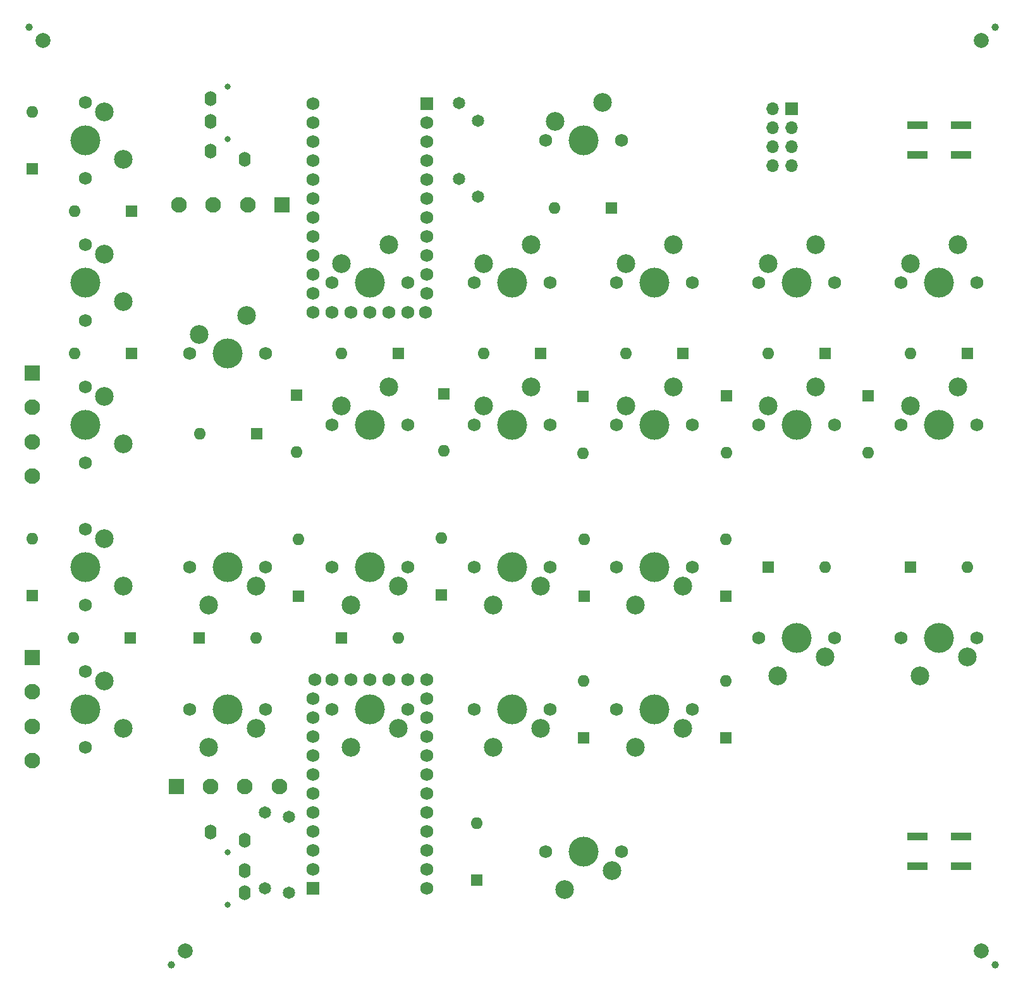
<source format=gbs>
%TF.GenerationSoftware,KiCad,Pcbnew,7.0.10*%
%TF.CreationDate,2024-02-04T21:18:14-08:00*%
%TF.ProjectId,oddball_steno,6f646462-616c-46c5-9f73-74656e6f2e6b,rev?*%
%TF.SameCoordinates,Original*%
%TF.FileFunction,Soldermask,Bot*%
%TF.FilePolarity,Negative*%
%FSLAX46Y46*%
G04 Gerber Fmt 4.6, Leading zero omitted, Abs format (unit mm)*
G04 Created by KiCad (PCBNEW 7.0.10) date 2024-02-04 21:18:14*
%MOMM*%
%LPD*%
G01*
G04 APERTURE LIST*
G04 Aperture macros list*
%AMRoundRect*
0 Rectangle with rounded corners*
0 $1 Rounding radius*
0 $2 $3 $4 $5 $6 $7 $8 $9 X,Y pos of 4 corners*
0 Add a 4 corners polygon primitive as box body*
4,1,4,$2,$3,$4,$5,$6,$7,$8,$9,$2,$3,0*
0 Add four circle primitives for the rounded corners*
1,1,$1+$1,$2,$3*
1,1,$1+$1,$4,$5*
1,1,$1+$1,$6,$7*
1,1,$1+$1,$8,$9*
0 Add four rect primitives between the rounded corners*
20,1,$1+$1,$2,$3,$4,$5,0*
20,1,$1+$1,$4,$5,$6,$7,0*
20,1,$1+$1,$6,$7,$8,$9,0*
20,1,$1+$1,$8,$9,$2,$3,0*%
G04 Aperture macros list end*
%ADD10C,1.000000*%
%ADD11C,2.000000*%
%ADD12C,2.500000*%
%ADD13C,1.750000*%
%ADD14C,4.000000*%
%ADD15RoundRect,0.250001X-0.799999X-0.799999X0.799999X-0.799999X0.799999X0.799999X-0.799999X0.799999X0*%
%ADD16C,2.100000*%
%ADD17O,1.600000X1.600000*%
%ADD18R,1.600000X1.600000*%
%ADD19RoundRect,0.250001X-0.799999X0.799999X-0.799999X-0.799999X0.799999X-0.799999X0.799999X0.799999X0*%
%ADD20R,1.752600X1.752600*%
%ADD21C,1.752600*%
%ADD22O,1.700000X1.700000*%
%ADD23R,1.700000X1.700000*%
%ADD24R,2.800000X1.000000*%
%ADD25C,1.651000*%
%ADD26RoundRect,0.250001X0.799999X0.799999X-0.799999X0.799999X-0.799999X-0.799999X0.799999X-0.799999X0*%
%ADD27O,1.600000X2.000000*%
%ADD28C,0.800000*%
G04 APERTURE END LIST*
D10*
%TO.C,*%
X78310500Y-21420625D03*
%TD*%
%TO.C,*%
X207675500Y-21420625D03*
%TD*%
%TO.C,*%
X207675500Y-146990625D03*
%TD*%
%TO.C,REF\u002A\u002A*%
X97375500Y-146990625D03*
%TD*%
D11*
%TO.C,REF\u002A\u002A*%
X99225500Y-145140625D03*
%TD*%
%TO.C,REF\u002A\u002A*%
X205825500Y-145140625D03*
%TD*%
%TO.C,REF\u002A\u002A*%
X80160500Y-23250625D03*
%TD*%
%TO.C,REF\u002A\u002A*%
X205825500Y-23270625D03*
%TD*%
D12*
%TO.C,S25*%
X90930500Y-58170625D03*
X88390500Y-51820625D03*
D13*
X85850500Y-60710625D03*
D14*
X85850500Y-55630625D03*
D13*
X85850500Y-50550625D03*
%TD*%
%TO.C,S7*%
X167130500Y-93730625D03*
D14*
X162050500Y-93730625D03*
D13*
X156970500Y-93730625D03*
D12*
X165860500Y-96270625D03*
X159510500Y-98810625D03*
%TD*%
%TO.C,S26*%
X90930500Y-77220625D03*
X88390500Y-70870625D03*
D13*
X85850500Y-79760625D03*
D14*
X85850500Y-74680625D03*
D13*
X85850500Y-69600625D03*
%TD*%
D12*
%TO.C,S17*%
X126490500Y-69600625D03*
X120140500Y-72140625D03*
D13*
X129030500Y-74680625D03*
D14*
X123950500Y-74680625D03*
D13*
X118870500Y-74680625D03*
%TD*%
%TO.C,S27*%
X85850500Y-88650625D03*
D14*
X85850500Y-93730625D03*
D13*
X85850500Y-98810625D03*
D12*
X88390500Y-89920625D03*
X90930500Y-96270625D03*
%TD*%
%TO.C,S16*%
X202690500Y-50550625D03*
X196340500Y-53090625D03*
D13*
X205230500Y-55630625D03*
D14*
X200150500Y-55630625D03*
D13*
X195070500Y-55630625D03*
%TD*%
%TO.C,S5*%
X109980500Y-112780625D03*
D14*
X104900500Y-112780625D03*
D13*
X99820500Y-112780625D03*
D12*
X108710500Y-115320625D03*
X102360500Y-117860625D03*
%TD*%
%TO.C,S24*%
X90930500Y-39120625D03*
X88390500Y-32770625D03*
D13*
X85850500Y-41660625D03*
D14*
X85850500Y-36580625D03*
D13*
X85850500Y-31500625D03*
%TD*%
%TO.C,S1*%
X157605500Y-131830625D03*
D14*
X152525500Y-131830625D03*
D13*
X147445500Y-131830625D03*
D12*
X156335500Y-134370625D03*
X149985500Y-136910625D03*
%TD*%
%TO.C,S23*%
X155065500Y-31500625D03*
X148715500Y-34040625D03*
D13*
X157605500Y-36580625D03*
D14*
X152525500Y-36580625D03*
D13*
X147445500Y-36580625D03*
%TD*%
D12*
%TO.C,S22*%
X107440500Y-60075625D03*
X101090500Y-62615625D03*
D13*
X109980500Y-65155625D03*
D14*
X104900500Y-65155625D03*
D13*
X99820500Y-65155625D03*
%TD*%
%TO.C,S6*%
X186180500Y-103255625D03*
D14*
X181100500Y-103255625D03*
D13*
X176020500Y-103255625D03*
D12*
X184910500Y-105795625D03*
X178560500Y-108335625D03*
%TD*%
%TO.C,S12*%
X126490500Y-50550625D03*
X120140500Y-53090625D03*
D13*
X129030500Y-55630625D03*
D14*
X123950500Y-55630625D03*
D13*
X118870500Y-55630625D03*
%TD*%
%TO.C,S28*%
X85850500Y-107700625D03*
D14*
X85850500Y-112780625D03*
D13*
X85850500Y-117860625D03*
D12*
X88390500Y-108970625D03*
X90930500Y-115320625D03*
%TD*%
D13*
%TO.C,S11*%
X205230500Y-103255625D03*
D14*
X200150500Y-103255625D03*
D13*
X195070500Y-103255625D03*
D12*
X203960500Y-105795625D03*
X197610500Y-108335625D03*
%TD*%
D13*
%TO.C,S8*%
X148080500Y-93730625D03*
D14*
X143000500Y-93730625D03*
D13*
X137920500Y-93730625D03*
D12*
X146810500Y-96270625D03*
X140460500Y-98810625D03*
%TD*%
%TO.C,S15*%
X183640500Y-50550625D03*
X177290500Y-53090625D03*
D13*
X186180500Y-55630625D03*
D14*
X181100500Y-55630625D03*
D13*
X176020500Y-55630625D03*
%TD*%
%TO.C,S2*%
X167130500Y-112780625D03*
D14*
X162050500Y-112780625D03*
D13*
X156970500Y-112780625D03*
D12*
X165860500Y-115320625D03*
X159510500Y-117860625D03*
%TD*%
%TO.C,S18*%
X145540500Y-69600625D03*
X139190500Y-72140625D03*
D13*
X148080500Y-74680625D03*
D14*
X143000500Y-74680625D03*
D13*
X137920500Y-74680625D03*
%TD*%
D12*
%TO.C,S14*%
X164590500Y-50550625D03*
X158240500Y-53090625D03*
D13*
X167130500Y-55630625D03*
D14*
X162050500Y-55630625D03*
D13*
X156970500Y-55630625D03*
%TD*%
%TO.C,S9*%
X129030500Y-93730625D03*
D14*
X123950500Y-93730625D03*
D13*
X118870500Y-93730625D03*
D12*
X127760500Y-96270625D03*
X121410500Y-98810625D03*
%TD*%
%TO.C,S21*%
X202690500Y-69600625D03*
X196340500Y-72140625D03*
D13*
X205230500Y-74680625D03*
D14*
X200150500Y-74680625D03*
D13*
X195070500Y-74680625D03*
%TD*%
D12*
%TO.C,S19*%
X164590500Y-69600625D03*
X158240500Y-72140625D03*
D13*
X167130500Y-74680625D03*
D14*
X162050500Y-74680625D03*
D13*
X156970500Y-74680625D03*
%TD*%
D12*
%TO.C,S13*%
X145540500Y-50550625D03*
X139190500Y-53090625D03*
D13*
X148080500Y-55630625D03*
D14*
X143000500Y-55630625D03*
D13*
X137920500Y-55630625D03*
%TD*%
D15*
%TO.C,J2*%
X98000500Y-123136875D03*
D16*
X102600500Y-123136875D03*
X107200500Y-123136875D03*
X111800500Y-123136875D03*
%TD*%
D13*
%TO.C,S3*%
X148080500Y-112780625D03*
D14*
X143000500Y-112780625D03*
D13*
X137920500Y-112780625D03*
D12*
X146810500Y-115320625D03*
X140460500Y-117860625D03*
%TD*%
D13*
%TO.C,S10*%
X109980500Y-93730625D03*
D14*
X104900500Y-93730625D03*
D13*
X99820500Y-93730625D03*
D12*
X108710500Y-96270625D03*
X102360500Y-98810625D03*
%TD*%
D13*
%TO.C,S4*%
X129030500Y-112780625D03*
D14*
X123950500Y-112780625D03*
D13*
X118870500Y-112780625D03*
D12*
X127760500Y-115320625D03*
X121410500Y-117860625D03*
%TD*%
%TO.C,S20*%
X183640500Y-69600625D03*
X177290500Y-72140625D03*
D13*
X186180500Y-74680625D03*
D14*
X181100500Y-74680625D03*
D13*
X176020500Y-74680625D03*
%TD*%
D17*
%TO.C,D21*%
X190625500Y-78415625D03*
D18*
X190625500Y-70795625D03*
%TD*%
D19*
%TO.C,J6*%
X78706750Y-105880625D03*
D16*
X78706750Y-110480625D03*
X78706750Y-115080625D03*
X78706750Y-119680625D03*
%TD*%
D20*
%TO.C,U1*%
X116330500Y-136751875D03*
D21*
X116330500Y-134211875D03*
X116330500Y-131671875D03*
X116330500Y-129131875D03*
X116330500Y-126591875D03*
X116330500Y-124051875D03*
X116330500Y-121511875D03*
X116330500Y-118971875D03*
X116330500Y-116431875D03*
X116330500Y-113891875D03*
X116330500Y-111351875D03*
X116559100Y-108811875D03*
X131570500Y-108811875D03*
X131570500Y-111351875D03*
X131570500Y-113891875D03*
X131570500Y-116431875D03*
X131570500Y-118971875D03*
X131570500Y-121511875D03*
X131570500Y-124051875D03*
X131570500Y-126591875D03*
X131570500Y-129131875D03*
X131570500Y-131671875D03*
X131570500Y-134211875D03*
X131570500Y-136751875D03*
X118870500Y-108811875D03*
X121410500Y-108811875D03*
X123950500Y-108811875D03*
X126490500Y-108811875D03*
X129030500Y-108811875D03*
%TD*%
D18*
%TO.C,D1*%
X138238000Y-135640625D03*
D17*
X138238000Y-128020625D03*
%TD*%
D18*
%TO.C,D3*%
X152525500Y-116590625D03*
D17*
X152525500Y-108970625D03*
%TD*%
%TO.C,D19*%
X152475500Y-78515625D03*
D18*
X152475500Y-70895625D03*
%TD*%
D22*
%TO.C,J3*%
X177835500Y-40025625D03*
X180375500Y-40025625D03*
X177835500Y-37485625D03*
X180375500Y-37485625D03*
X177835500Y-34945625D03*
X180375500Y-34945625D03*
X177835500Y-32405625D03*
D23*
X180375500Y-32405625D03*
%TD*%
D18*
%TO.C,D10*%
X114336750Y-97615625D03*
D17*
X114336750Y-89995625D03*
%TD*%
%TO.C,D13*%
X139190500Y-65155625D03*
D18*
X146810500Y-65155625D03*
%TD*%
D17*
%TO.C,D22*%
X101188000Y-75930625D03*
D18*
X108808000Y-75930625D03*
%TD*%
D17*
%TO.C,D17*%
X114075500Y-78315625D03*
D18*
X114075500Y-70695625D03*
%TD*%
D24*
%TO.C,SW2*%
X197250500Y-38580625D03*
X203050500Y-38580625D03*
X197250500Y-34580625D03*
X203050500Y-34580625D03*
%TD*%
D18*
%TO.C,D27*%
X78706750Y-97540625D03*
D17*
X78706750Y-89920625D03*
%TD*%
%TO.C,D15*%
X177290500Y-65155625D03*
D18*
X184910500Y-65155625D03*
%TD*%
D25*
%TO.C,R4*%
X109836750Y-136766875D03*
X109836750Y-126606875D03*
%TD*%
%TO.C,R3*%
X113125500Y-127175625D03*
X113125500Y-137335625D03*
%TD*%
D17*
%TO.C,D16*%
X196340500Y-65155625D03*
D18*
X203960500Y-65155625D03*
%TD*%
%TO.C,D6*%
X177290500Y-93730625D03*
D17*
X184910500Y-93730625D03*
%TD*%
%TO.C,D20*%
X171675500Y-78415625D03*
D18*
X171675500Y-70795625D03*
%TD*%
%TO.C,D9*%
X133486750Y-97465625D03*
D17*
X133486750Y-89845625D03*
%TD*%
D25*
%TO.C,R1*%
X135856750Y-31644375D03*
X135856750Y-41804375D03*
%TD*%
D18*
%TO.C,D28*%
X91800500Y-103255625D03*
D17*
X84180500Y-103255625D03*
%TD*%
D18*
%TO.C,D4*%
X120140500Y-103255625D03*
D17*
X127760500Y-103255625D03*
%TD*%
D25*
%TO.C,R2*%
X138381750Y-44185625D03*
X138381750Y-34025625D03*
%TD*%
D17*
%TO.C,D26*%
X84421750Y-65155625D03*
D18*
X92041750Y-65155625D03*
%TD*%
D21*
%TO.C,U3*%
X118870500Y-59599375D03*
X121410500Y-59599375D03*
X123950500Y-59599375D03*
X126490500Y-59599375D03*
X129030500Y-59599375D03*
X116330500Y-31659375D03*
X116330500Y-34199375D03*
X116330500Y-36739375D03*
X116330500Y-39279375D03*
X116330500Y-41819375D03*
X116330500Y-44359375D03*
X116330500Y-46899375D03*
X116330500Y-49439375D03*
X116330500Y-51979375D03*
X116330500Y-54519375D03*
X116330500Y-57059375D03*
X116330500Y-59599375D03*
X131341900Y-59599375D03*
X131570500Y-57059375D03*
X131570500Y-54519375D03*
X131570500Y-51979375D03*
X131570500Y-49439375D03*
X131570500Y-46899375D03*
X131570500Y-44359375D03*
X131570500Y-41819375D03*
X131570500Y-39279375D03*
X131570500Y-36739375D03*
X131570500Y-34199375D03*
D20*
X131570500Y-31659375D03*
%TD*%
D18*
%TO.C,D8*%
X152586750Y-97615625D03*
D17*
X152586750Y-89995625D03*
%TD*%
%TO.C,D18*%
X133825500Y-78215625D03*
D18*
X133825500Y-70595625D03*
%TD*%
D17*
%TO.C,D25*%
X84421750Y-46105625D03*
D18*
X92041750Y-46105625D03*
%TD*%
D16*
%TO.C,J4*%
X98350500Y-45274375D03*
X102950500Y-45274375D03*
X107550500Y-45274375D03*
D26*
X112150500Y-45274375D03*
%TD*%
D18*
%TO.C,D11*%
X196340500Y-93730625D03*
D17*
X203960500Y-93730625D03*
%TD*%
%TO.C,D23*%
X148665500Y-45705625D03*
D18*
X156285500Y-45705625D03*
%TD*%
D24*
%TO.C,SW1*%
X203050500Y-129830625D03*
X197250500Y-129830625D03*
X203050500Y-133830625D03*
X197250500Y-133830625D03*
%TD*%
D27*
%TO.C,U4*%
X102600500Y-31049375D03*
X102600500Y-34049375D03*
X102600500Y-38049375D03*
X107200500Y-39149375D03*
D28*
X104900500Y-29449375D03*
X104900500Y-36449375D03*
%TD*%
D18*
%TO.C,D2*%
X171575500Y-116590625D03*
D17*
X171575500Y-108970625D03*
%TD*%
D18*
%TO.C,D7*%
X171586750Y-97615625D03*
D17*
X171586750Y-89995625D03*
%TD*%
%TO.C,D14*%
X158240500Y-65155625D03*
D18*
X165860500Y-65155625D03*
%TD*%
D17*
%TO.C,D24*%
X78706750Y-32770625D03*
D18*
X78706750Y-40390625D03*
%TD*%
D16*
%TO.C,J5*%
X78706750Y-81580625D03*
X78706750Y-76980625D03*
X78706750Y-72380625D03*
D19*
X78706750Y-67780625D03*
%TD*%
D18*
%TO.C,D5*%
X101090500Y-103255625D03*
D17*
X108710500Y-103255625D03*
%TD*%
%TO.C,D12*%
X120140500Y-65155625D03*
D18*
X127760500Y-65155625D03*
%TD*%
D28*
%TO.C,U2*%
X104900500Y-131961875D03*
X104900500Y-138961875D03*
D27*
X102600500Y-129261875D03*
X107200500Y-130361875D03*
X107200500Y-134361875D03*
X107200500Y-137361875D03*
%TD*%
M02*

</source>
